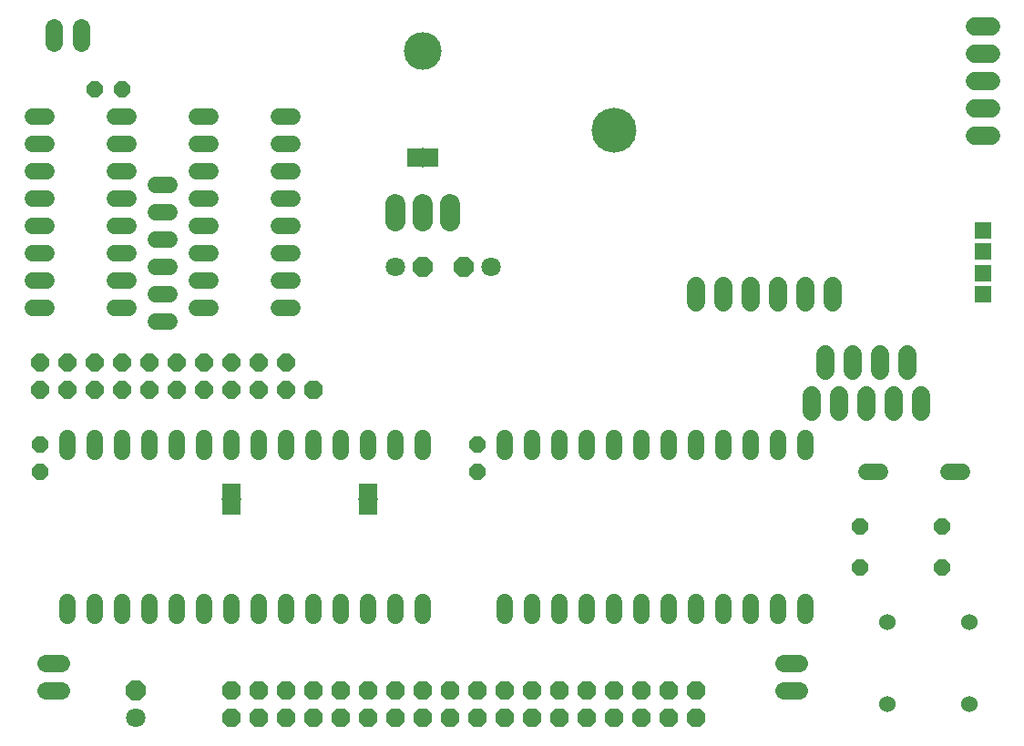
<source format=gbs>
G04 EAGLE Gerber RS-274X export*
G75*
%MOMM*%
%FSLAX34Y34*%
%LPD*%
%INSoldermask Bottom*%
%IPPOS*%
%AMOC8*
5,1,8,0,0,1.08239X$1,22.5*%
G01*
%ADD10P,1.649562X8X202.500000*%
%ADD11P,1.649562X8X292.500000*%
%ADD12C,1.524000*%
%ADD13P,1.951982X8X112.500000*%
%ADD14C,1.803400*%
%ADD15C,1.524000*%
%ADD16P,1.759533X8X22.500000*%
%ADD17C,1.625600*%
%ADD18C,1.727200*%
%ADD19R,1.511200X1.511200*%
%ADD20P,1.951982X8X22.500000*%
%ADD21P,1.951982X8X202.500000*%
%ADD22C,1.879600*%
%ADD23C,3.505200*%
%ADD24C,4.165600*%
%ADD25P,1.869504X8X202.500000*%
%ADD26P,1.649562X8X22.500000*%
%ADD27R,1.803400X1.371600*%
%ADD28R,1.828800X0.152400*%
%ADD29R,1.371600X1.803400*%
%ADD30R,0.152400X1.828800*%
%ADD31P,1.869504X8X22.500000*%


D10*
X101600Y622300D03*
X76200Y622300D03*
D11*
X25400Y292100D03*
X25400Y266700D03*
X431800Y292100D03*
X431800Y266700D03*
D12*
X889000Y127000D03*
X812800Y127000D03*
X812800Y50800D03*
X889000Y50800D03*
D13*
X114300Y63500D03*
D14*
X114300Y38100D03*
D15*
X50800Y133096D02*
X50800Y146304D01*
X76200Y146304D02*
X76200Y133096D01*
X101600Y133096D02*
X101600Y146304D01*
X127000Y146304D02*
X127000Y133096D01*
X152400Y133096D02*
X152400Y146304D01*
X177800Y146304D02*
X177800Y133096D01*
X203200Y133096D02*
X203200Y146304D01*
X228600Y146304D02*
X228600Y133096D01*
X254000Y133096D02*
X254000Y146304D01*
X279400Y146304D02*
X279400Y133096D01*
X304800Y133096D02*
X304800Y146304D01*
X330200Y146304D02*
X330200Y133096D01*
X355600Y133096D02*
X355600Y146304D01*
X381000Y146304D02*
X381000Y133096D01*
X381000Y285496D02*
X381000Y298704D01*
X355600Y298704D02*
X355600Y285496D01*
X330200Y285496D02*
X330200Y298704D01*
X304800Y298704D02*
X304800Y285496D01*
X279400Y285496D02*
X279400Y298704D01*
X254000Y298704D02*
X254000Y285496D01*
X228600Y285496D02*
X228600Y298704D01*
X203200Y298704D02*
X203200Y285496D01*
X177800Y285496D02*
X177800Y298704D01*
X152400Y298704D02*
X152400Y285496D01*
X127000Y285496D02*
X127000Y298704D01*
X101600Y298704D02*
X101600Y285496D01*
X76200Y285496D02*
X76200Y298704D01*
X50800Y298704D02*
X50800Y285496D01*
D16*
X25400Y342900D03*
X25400Y368300D03*
X50800Y342900D03*
X50800Y368300D03*
X76200Y342900D03*
X76200Y368300D03*
X101600Y342900D03*
X101600Y368300D03*
X127000Y342900D03*
X127000Y368300D03*
X152400Y342900D03*
X152400Y368300D03*
X177800Y342900D03*
X177800Y368300D03*
X203200Y342900D03*
X203200Y368300D03*
X228600Y342900D03*
X228600Y368300D03*
X254000Y342900D03*
X254000Y368300D03*
D15*
X32004Y596900D02*
X18796Y596900D01*
X18796Y571500D02*
X32004Y571500D01*
X32004Y444500D02*
X18796Y444500D01*
X18796Y419100D02*
X32004Y419100D01*
X32004Y546100D02*
X18796Y546100D01*
X18796Y520700D02*
X32004Y520700D01*
X32004Y469900D02*
X18796Y469900D01*
X18796Y495300D02*
X32004Y495300D01*
X94996Y419100D02*
X108204Y419100D01*
X108204Y444500D02*
X94996Y444500D01*
X94996Y469900D02*
X108204Y469900D01*
X108204Y495300D02*
X94996Y495300D01*
X94996Y520700D02*
X108204Y520700D01*
X108204Y546100D02*
X94996Y546100D01*
X94996Y571500D02*
X108204Y571500D01*
X108204Y596900D02*
X94996Y596900D01*
X133096Y533400D02*
X146304Y533400D01*
X146304Y508000D02*
X133096Y508000D01*
X133096Y482600D02*
X146304Y482600D01*
X146304Y457200D02*
X133096Y457200D01*
X133096Y431800D02*
X146304Y431800D01*
X146304Y406400D02*
X133096Y406400D01*
D17*
X716788Y63500D02*
X731012Y63500D01*
X731012Y88900D02*
X716788Y88900D01*
D15*
X457200Y133096D02*
X457200Y146304D01*
X482600Y146304D02*
X482600Y133096D01*
X508000Y133096D02*
X508000Y146304D01*
X533400Y146304D02*
X533400Y133096D01*
X558800Y133096D02*
X558800Y146304D01*
X584200Y146304D02*
X584200Y133096D01*
X609600Y133096D02*
X609600Y146304D01*
X635000Y146304D02*
X635000Y133096D01*
X660400Y133096D02*
X660400Y146304D01*
X685800Y146304D02*
X685800Y133096D01*
X711200Y133096D02*
X711200Y146304D01*
X736600Y146304D02*
X736600Y133096D01*
X736600Y285496D02*
X736600Y298704D01*
X711200Y298704D02*
X711200Y285496D01*
X685800Y285496D02*
X685800Y298704D01*
X660400Y298704D02*
X660400Y285496D01*
X635000Y285496D02*
X635000Y298704D01*
X609600Y298704D02*
X609600Y285496D01*
X584200Y285496D02*
X584200Y298704D01*
X558800Y298704D02*
X558800Y285496D01*
X533400Y285496D02*
X533400Y298704D01*
X508000Y298704D02*
X508000Y285496D01*
X482600Y285496D02*
X482600Y298704D01*
X457200Y298704D02*
X457200Y285496D01*
D17*
X45212Y88900D02*
X30988Y88900D01*
X30988Y63500D02*
X45212Y63500D01*
X38100Y665988D02*
X38100Y680212D01*
X63500Y680212D02*
X63500Y665988D01*
D18*
X635000Y439420D02*
X635000Y424180D01*
X660400Y424180D02*
X660400Y439420D01*
X685800Y439420D02*
X685800Y424180D01*
X711200Y424180D02*
X711200Y439420D01*
X736600Y439420D02*
X736600Y424180D01*
X762000Y424180D02*
X762000Y439420D01*
D19*
X901700Y431800D03*
X901700Y451866D03*
X901700Y471678D03*
X901700Y491744D03*
D18*
X909320Y579120D02*
X894080Y579120D01*
X894080Y604520D02*
X909320Y604520D01*
X909320Y629920D02*
X894080Y629920D01*
X894080Y655320D02*
X909320Y655320D01*
X909320Y680720D02*
X894080Y680720D01*
X844550Y337820D02*
X844550Y322580D01*
X819150Y322580D02*
X819150Y337820D01*
X793750Y337820D02*
X793750Y322580D01*
X768350Y322580D02*
X768350Y337820D01*
X742950Y337820D02*
X742950Y322580D01*
D20*
X381000Y457200D03*
D14*
X355600Y457200D03*
D21*
X419100Y457200D03*
D14*
X444500Y457200D03*
D22*
X355600Y499618D02*
X355600Y516382D01*
X381000Y516382D02*
X381000Y499618D01*
X406400Y499618D02*
X406400Y516382D01*
D23*
X381000Y657860D03*
D24*
X558800Y584200D03*
D25*
X635000Y63500D03*
X609600Y63500D03*
X584200Y63500D03*
X558800Y63500D03*
X533400Y63500D03*
X508000Y63500D03*
X635000Y38100D03*
X609600Y38100D03*
X584200Y38100D03*
X558800Y38100D03*
X533400Y38100D03*
X508000Y38100D03*
X482600Y63500D03*
X482600Y38100D03*
X457200Y63500D03*
X431800Y63500D03*
X406400Y63500D03*
X381000Y63500D03*
X355600Y63500D03*
X330200Y63500D03*
X457200Y38100D03*
X431800Y38100D03*
X406400Y38100D03*
X381000Y38100D03*
X355600Y38100D03*
X330200Y38100D03*
X304800Y63500D03*
X304800Y38100D03*
X279400Y63500D03*
X254000Y63500D03*
X228600Y63500D03*
X203200Y63500D03*
X279400Y38100D03*
X254000Y38100D03*
X228600Y38100D03*
X203200Y38100D03*
D26*
X787400Y215900D03*
X863600Y215900D03*
D15*
X869696Y266700D02*
X882904Y266700D01*
X806704Y266700D02*
X793496Y266700D01*
D26*
X787400Y177800D03*
X863600Y177800D03*
D15*
X184404Y596900D02*
X171196Y596900D01*
X171196Y571500D02*
X184404Y571500D01*
X184404Y444500D02*
X171196Y444500D01*
X171196Y419100D02*
X184404Y419100D01*
X184404Y546100D02*
X171196Y546100D01*
X171196Y520700D02*
X184404Y520700D01*
X184404Y469900D02*
X171196Y469900D01*
X171196Y495300D02*
X184404Y495300D01*
X247396Y419100D02*
X260604Y419100D01*
X260604Y444500D02*
X247396Y444500D01*
X247396Y469900D02*
X260604Y469900D01*
X260604Y495300D02*
X247396Y495300D01*
X247396Y520700D02*
X260604Y520700D01*
X260604Y546100D02*
X247396Y546100D01*
X247396Y571500D02*
X260604Y571500D01*
X260604Y596900D02*
X247396Y596900D01*
D27*
X203200Y248920D03*
X203200Y233680D03*
D28*
X203200Y241300D03*
D27*
X330200Y248920D03*
X330200Y233680D03*
D28*
X330200Y241300D03*
D18*
X831850Y360680D02*
X831850Y375920D01*
X806450Y375920D02*
X806450Y360680D01*
X781050Y360680D02*
X781050Y375920D01*
X755650Y375920D02*
X755650Y360680D01*
D29*
X373380Y558800D03*
X388620Y558800D03*
D30*
X381000Y558800D03*
D31*
X279400Y342900D03*
M02*

</source>
